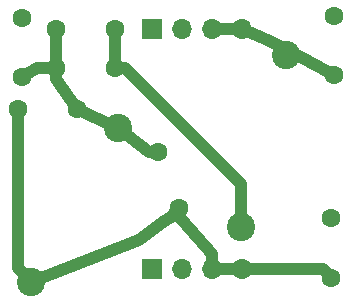
<source format=gbr>
%TF.GenerationSoftware,KiCad,Pcbnew,(6.0.11)*%
%TF.CreationDate,2023-02-05T17:00:42-06:00*%
%TF.ProjectId,SerialResonantFilter,53657269-616c-4526-9573-6f6e616e7446,rev?*%
%TF.SameCoordinates,Original*%
%TF.FileFunction,Copper,L1,Top*%
%TF.FilePolarity,Positive*%
%FSLAX46Y46*%
G04 Gerber Fmt 4.6, Leading zero omitted, Abs format (unit mm)*
G04 Created by KiCad (PCBNEW (6.0.11)) date 2023-02-05 17:00:42*
%MOMM*%
%LPD*%
G01*
G04 APERTURE LIST*
%TA.AperFunction,ComponentPad*%
%ADD10C,2.400000*%
%TD*%
%TA.AperFunction,ComponentPad*%
%ADD11C,1.600000*%
%TD*%
%TA.AperFunction,ComponentPad*%
%ADD12R,1.700000X1.700000*%
%TD*%
%TA.AperFunction,ComponentPad*%
%ADD13O,1.700000X1.700000*%
%TD*%
%TA.AperFunction,Conductor*%
%ADD14C,1.000000*%
%TD*%
G04 APERTURE END LIST*
D10*
%TO.P,L3,1*%
%TO.N,Net-(C2-Pad2)*%
X129720000Y-99739705D03*
%TO.P,L3,2*%
%TO.N,Net-(C7-Pad2)*%
X122337583Y-112786425D03*
%TD*%
D11*
%TO.P,C1,1*%
%TO.N,GND*%
X147940000Y-90330000D03*
%TO.P,C1,2*%
%TO.N,Net-(C1-Pad2)*%
X147940000Y-95330000D03*
%TD*%
%TO.P,C2,1*%
%TO.N,Net-(C3-Pad1)*%
X129400000Y-91360000D03*
%TO.P,C2,2*%
%TO.N,Net-(C2-Pad2)*%
X124400000Y-91360000D03*
%TD*%
%TO.P,C3,1*%
%TO.N,Net-(C3-Pad1)*%
X129420000Y-94720000D03*
%TO.P,C3,2*%
%TO.N,Net-(C2-Pad2)*%
X124420000Y-94720000D03*
%TD*%
%TO.P,C4,1*%
%TO.N,GND*%
X121580000Y-90450000D03*
%TO.P,C4,2*%
%TO.N,Net-(C2-Pad2)*%
X121580000Y-95450000D03*
%TD*%
%TO.P,C5,1*%
%TO.N,Net-(C2-Pad2)*%
X126200000Y-98180000D03*
%TO.P,C5,2*%
%TO.N,Net-(C7-Pad2)*%
X121200000Y-98180000D03*
%TD*%
%TO.P,C6,1*%
%TO.N,GND*%
X147701000Y-107442000D03*
%TO.P,C6,2*%
%TO.N,Net-(C7-Pad2)*%
X147701000Y-112442000D03*
%TD*%
D10*
%TO.P,L2,1*%
%TO.N,Net-(C1-Pad2)*%
X143868600Y-93639452D03*
%TO.P,L2,2*%
%TO.N,Net-(C3-Pad1)*%
X140114472Y-108152326D03*
%TD*%
D12*
%TO.P,J1,1,Pin_1*%
%TO.N,GND*%
X132588000Y-111760000D03*
D13*
%TO.P,J1,2,Pin_2*%
X135128000Y-111760000D03*
%TO.P,J1,3,Pin_3*%
%TO.N,Net-(C7-Pad2)*%
X137668000Y-111760000D03*
%TO.P,J1,4,Pin_4*%
X140208000Y-111760000D03*
%TD*%
D12*
%TO.P,J2,1,Pin_1*%
%TO.N,GND*%
X132588000Y-91440000D03*
D13*
%TO.P,J2,2,Pin_2*%
X135128000Y-91440000D03*
%TO.P,J2,3,Pin_3*%
%TO.N,Net-(C1-Pad2)*%
X137668000Y-91440000D03*
%TO.P,J2,4,Pin_4*%
X140208000Y-91440000D03*
%TD*%
D11*
%TO.P,C7,1*%
%TO.N,Net-(C2-Pad2)*%
X133096000Y-101854000D03*
%TO.P,C7,2*%
%TO.N,Net-(C7-Pad2)*%
X134806101Y-106552463D03*
%TD*%
D14*
%TO.N,Net-(C1-Pad2)*%
X140208000Y-91440000D02*
X141960000Y-92190000D01*
X141960000Y-92190000D02*
X143868600Y-93068600D01*
X143868600Y-93068600D02*
X143868600Y-93639452D01*
X143657269Y-93572819D02*
X144876819Y-93596819D01*
X144876819Y-93596819D02*
X147940000Y-95330000D01*
X137668000Y-91440000D02*
X140208000Y-91440000D01*
%TO.N,Net-(C3-Pad1)*%
X129400000Y-91360000D02*
X129400000Y-94700000D01*
X129400000Y-94700000D02*
X129420000Y-94720000D01*
X140114472Y-108152326D02*
X140114472Y-104554472D01*
X130280000Y-94720000D02*
X129420000Y-94720000D01*
X140114472Y-104554472D02*
X130280000Y-94720000D01*
%TO.N,Net-(C2-Pad2)*%
X124420000Y-94720000D02*
X124420000Y-91380000D01*
X124420000Y-91380000D02*
X124400000Y-91360000D01*
X133096000Y-101854000D02*
X132342295Y-101854000D01*
X132342295Y-101854000D02*
X129720000Y-99739705D01*
X126200000Y-98180000D02*
X127830000Y-98960000D01*
X127830000Y-98960000D02*
X129720000Y-99739705D01*
X124420000Y-94720000D02*
X124420000Y-95670000D01*
X124420000Y-95670000D02*
X126200000Y-98180000D01*
X124420000Y-94720000D02*
X124420000Y-94860000D01*
X124420000Y-94720000D02*
X122850000Y-94720000D01*
X122850000Y-94720000D02*
X121580000Y-95450000D01*
%TO.N,Net-(C7-Pad2)*%
X134170000Y-107340000D02*
X133520000Y-107720000D01*
X131430000Y-109270000D02*
X122337583Y-112786425D01*
X133520000Y-107720000D02*
X131430000Y-109270000D01*
X134170000Y-107340000D02*
X134540000Y-106854000D01*
X137668000Y-110490000D02*
X137668000Y-111760000D01*
X134540000Y-106854000D02*
X137668000Y-110490000D01*
X121200000Y-98180000D02*
X121200000Y-111648842D01*
X121200000Y-111648842D02*
X122337583Y-112786425D01*
X121930000Y-112118842D02*
X122337583Y-112786425D01*
X140208000Y-111760000D02*
X147019000Y-111760000D01*
X147019000Y-111760000D02*
X147701000Y-112442000D01*
X137668000Y-111760000D02*
X140208000Y-111760000D01*
%TD*%
M02*

</source>
